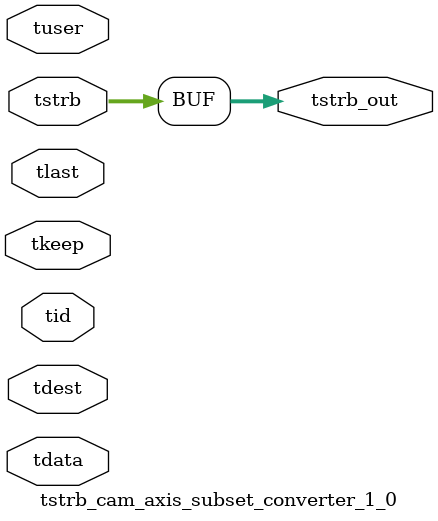
<source format=v>


`timescale 1ps/1ps

module tstrb_cam_axis_subset_converter_1_0 #
(
parameter C_S_AXIS_TDATA_WIDTH = 32,
parameter C_S_AXIS_TUSER_WIDTH = 0,
parameter C_S_AXIS_TID_WIDTH   = 0,
parameter C_S_AXIS_TDEST_WIDTH = 0,
parameter C_M_AXIS_TDATA_WIDTH = 32
)
(
input  [(C_S_AXIS_TDATA_WIDTH == 0 ? 1 : C_S_AXIS_TDATA_WIDTH)-1:0     ] tdata,
input  [(C_S_AXIS_TUSER_WIDTH == 0 ? 1 : C_S_AXIS_TUSER_WIDTH)-1:0     ] tuser,
input  [(C_S_AXIS_TID_WIDTH   == 0 ? 1 : C_S_AXIS_TID_WIDTH)-1:0       ] tid,
input  [(C_S_AXIS_TDEST_WIDTH == 0 ? 1 : C_S_AXIS_TDEST_WIDTH)-1:0     ] tdest,
input  [(C_S_AXIS_TDATA_WIDTH/8)-1:0 ] tkeep,
input  [(C_S_AXIS_TDATA_WIDTH/8)-1:0 ] tstrb,
input                                                                    tlast,
output [(C_M_AXIS_TDATA_WIDTH/8)-1:0 ] tstrb_out
);

assign tstrb_out = {tstrb[3:0]};

endmodule


</source>
